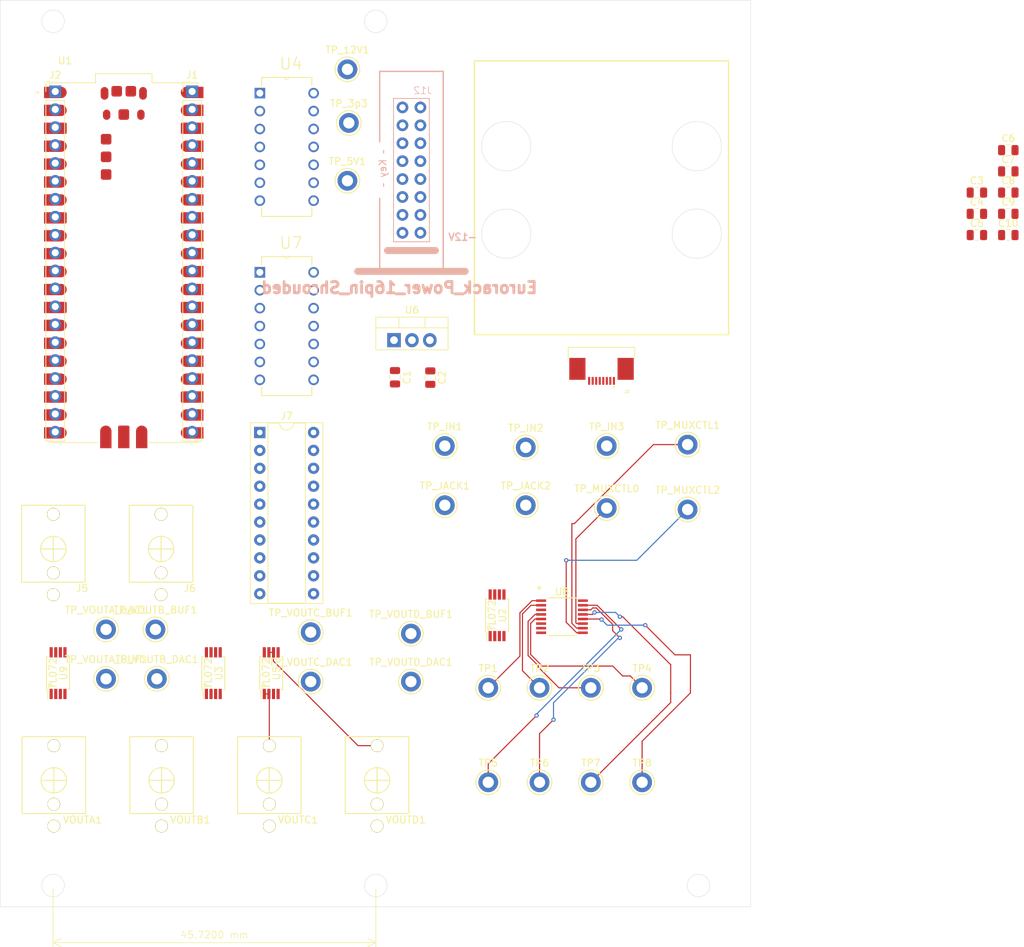
<source format=kicad_pcb>
(kicad_pcb (version 20240108) (generator "pcbnew") (generator_version "8.0")
  (layers (0 "F.Cu" signal) (31 "B.Cu" signal) (34 "B.Paste" user) (35 "F.Paste" user) (36 "B.SilkS" user "B.Silkscreen") (37 "F.SilkS" user "F.Silkscreen") (38 "B.Mask" user) (39 "F.Mask" user) (44 "Edge.Cuts" user))
  (net 0 "")
  (net 2 "12V")
  (net 3 "RES3B")
  (net 4 "5V")
  (net 7 "3v3")
  (net 9 "RES1A")
  (net 10 "RES4A")
  (net 11 "RES10A")
  (net 14 "RES4B")
  (net 15 "RES2A")
  (net 20 "RES1B")
  (net 23 "RES6A")
  (net 24 "RES7B")
  (net 25 "IN1")
  (net 28 "IN2")
  (net 30 "RES10B")
  (net 34 "IN3")
  (net 35 "MUXOUT")
  (net 36 "RES9A")
  (net 39 "Net-(U5A--)")
  (net 40 "Net-(U5B--)")
  (net 84 "Net-(U9A--)")
  (net 85 "Net-(U9B--)")
  (net 86 "Net-(U8-S4)")
  (net 87 "Net-(U8-S6)")
  (net 88 "Net-(U8-S7)")
  (net 89 "Net-(U8-S5)")
  (net 90 "Net-(U8-S2)")
  (net 91 "Net-(U8-S1)")
  (net 92 "Net-(U8-S0)")
  (net 93 "Net-(U8-S3)")
  (net 94 "VOUTA")
  (net 95 "VOUTB")
  (net 96 "VOUTC")
  (net 97 "VOUTD")
  (net 98 "MUXCTL0")
  (net 99 "MUXCTL1")
  (net 100 "MUXCTL2")
  (net 101 "BLK_DISPLAY")
  (net 102 "CS_DISPLAY")
  (net 103 "DC_DISPLAY")
  (net 104 "RES_DISPLAY")
  (net 105 "SDA_DISPLAY")
  (net 106 "SCL_DISPLAY")
  (net 108 "SDI_DAC")
  (net 112 "SCK_DAC")
  (net 113 "CS_DAC2")
  (net 114 "CS_DAC1")
  (footprint "Package_DIP:DIP-20_W7.62mm_Socket" (layer "F.Cu") (at 73.18 91.08)
    (property "Reference" "J7")
    (property "Value" "Conn_02x10_Odd_Even")
  )
  (footprint "PCM_4ms_Package_SSOP:TSSOP-8_4.4x3mm_Pitch0.65mm" (layer "F.Cu") (at 44.6 125.2 90)
    (property "Reference" "U9")
    (property "Value" "TL072")
  )
  (footprint "PCM_4ms_Package_SSOP:TSSOP-8_4.4x3mm_Pitch0.65mm" (layer "F.Cu") (at 66.6 125.2 90)
    (property "Reference" "U3")
    (property "Value" "TL072")
  )
  (footprint "TestPoint:TestPoint_Keystone_5005-5009_Compact" (layer "F.Cu") (at 110.866666 93.2)
    (property "Reference" "TP_IN2")
    (property "Value" "TestPoint")
  )
  (footprint "TestPoint:TestPoint_Keystone_5005-5009_Compact" (layer "F.Cu") (at 94.6 126.4)
    (property "Reference" "TP_VOUTD_DAC1")
    (property "Value" "TestPoint")
  )
  (footprint "Eurocad:PJ301M-12" (layer "F.Cu") (at 89.8 140.4)
    (property "Reference" "VOUTD1")
    (property "Value" "PJ301M-12")
  )
  (footprint "TestPoint:TestPoint_Keystone_5005-5009_Compact" (layer "F.Cu") (at 51.4 126)
    (property "Reference" "TP_VOUTA_BUF1")
    (property "Value" "TestPoint")
  )
  (footprint "Eurocad:PJ301M-12" (layer "F.Cu") (at 59.2 107.6)
    (property "Reference" "J6")
    (property "Value" "PJ301M-12" (hide yes))
  )
  (footprint "TestPoint:TestPoint_Keystone_5005-5009_Compact" (layer "F.Cu") (at 127.35275 127.274951)
    (property "Reference" "TP4")
    (property "Value" "TestPoint")
  )
  (footprint "TestPoint:TestPoint_Keystone_5005-5009_Compact" (layer "F.Cu") (at 127.35275 140.674951)
    (property "Reference" "TP8")
    (property "Value" "TestPoint")
  )
  (footprint "MCP4922:DIP254P762X533-14" (layer "F.Cu") (at 80.81 83.62)
    (property "Reference" "U7")
    (property "Value" "MCP4922-E_P")
  )
  (footprint "TestPoint:TestPoint_Keystone_5005-5009_Compact" (layer "F.Cu") (at 120.086082 140.674951)
    (property "Reference" "TP7")
    (property "Value" "TestPoint")
  )
  (footprint "TestPoint:TestPoint_Keystone_5005-5009_Compact" (layer "F.Cu") (at 99.4 93)
    (property "Reference" "TP_IN1")
    (property "Value" "TestPoint")
  )
  (footprint "TestPoint:TestPoint_Keystone_5005-5009_Compact" (layer "F.Cu") (at 112.819416 140.674951)
    (property "Reference" "TP6")
    (property "Value" "TestPoint")
  )
  (footprint "Capacitor_SMD:C_0805_2012Metric" (layer "F.Cu") (at 92.34 83.255 -90)
    (property "Reference" "C1")
    (property "Value" "0.33u")
  )
  (footprint "Capacitor_SMD:C_0805_2012Metric" (layer "F.Cu") (at 179.23445 51.057149)
    (property "Reference" "C6")
    (property "Value" "0.33u")
  )
  (footprint "TestPoint:TestPoint_Keystone_5005-5009_Compact" (layer "F.Cu") (at 58.4 119)
    (property "Reference" "TP_VOUTB_BUF1")
    (property "Value" "TestPoint")
  )
  (footprint "TestPoint:TestPoint_Keystone_5005-5009_Compact" (layer "F.Cu") (at 85.6 55.4)
    (property "Reference" "TP_5V1")
    (property "Value" "TestPoint")
  )
  (footprint "Capacitor_SMD:C_0805_2012Metric" (layer "F.Cu") (at 174.78445 60.087149)
    (property "Reference" "C4")
    (property "Value" "0.33u")
  )
  (footprint "Capacitor_SMD:C_0805_2012Metric" (layer "F.Cu") (at 174.78445 57.077149)
    (property "Reference" "C3")
    (property "Value" "0.33u")
  )
  (footprint "MCP4922:DIP254P762X533-14" (layer "F.Cu") (at 80.81 58.22)
    (property "Reference" "U4")
    (property "Value" "MCP4922-E_P")
  )
  (footprint "TestPoint:TestPoint_Keystone_5005-5009_Compact" (layer "F.Cu") (at 133.8 92.8)
    (property "Reference" "TP_MUXCTL1")
    (property "Value" "TestPoint")
  )
  (footprint "TestPoint:TestPoint_Keystone_5005-5009_Compact" (layer "F.Cu") (at 51.4 119)
    (property "Reference" "TP_VOUTA_DAC1")
    (property "Value" "TestPoint")
  )
  (footprint "Capacitor_SMD:C_0805_2012Metric" (layer "F.Cu") (at 179.23445 57.077149)
    (property "Reference" "C8")
    (property "Value" "0.33u")
  )
  (footprint "TestPoint:TestPoint_Keystone_5005-5009_Compact" (layer "F.Cu") (at 112.819416 127.274951)
    (property "Reference" "TP2")
    (property "Value" "TestPoint")
  )
  (footprint "TestPoint:TestPoint_Keystone_5005-5009_Compact" (layer "F.Cu") (at 122.333332 93)
    (property "Reference" "TP_IN3")
    (property "Value" "TestPoint")
  )
  (footprint "PCM_4ms_Package_SSOP:TSSOP-8_4.4x3mm_Pitch0.65mm" (layer "F.Cu") (at 74.8 125.2 90)
    (property "Reference" "U5")
    (property "Value" "TL072")
  )
  (footprint "Capacitor_SMD:C_0805_2012Metric" (layer "F.Cu") (at 97.34 83.305 -90)
    (property "Reference" "C2")
    (property "Value" "0.33u")
  )
  (footprint "TestPoint:TestPoint_Keystone_5005-5009_Compact" (layer "F.Cu") (at 122.333332 101.8)
    (property "Reference" "TP_MUXCTL0")
    (property "Value" "TestPoint")
  )
  (footprint "Package_TO_SOT_THT:TO-220-3_Vertical" (layer "F.Cu") (at 92.2 78)
    (property "Reference" "U6")
    (property "Value" "LM7805_TO220")
  )
  (footprint "Eurocad:PJ301M-12" (layer "F.Cu") (at 74.533332 140.4)
    (property "Reference" "VOUTC1")
    (property "Value" "PJ301M-12")
  )
  (footprint "TestPoint:TestPoint_Keystone_5005-5009_Compact" (layer "F.Cu") (at 120.086082 127.274951)
    (property "Reference" "TP3")
    (property "Value" "TestPoint")
  )
  (footprint "TestPoint:TestPoint_Keystone_5005-5009_Compact" (layer "F.Cu") (at 105.55275 127.274951)
    (property "Reference" "TP1")
    (property "Value" "TestPoint")
  )
  (footprint "Capacitor_SMD:C_0805_2012Metric" (layer "F.Cu") (at 179.23445 63.097149)
    (property "Reference" "C10")
    (property "Value" "0.33u")
  )
  (footprint "Connector_PinHeader_2.54mm:PinHeader_1x20_P2.54mm_Vertical" (layer "F.Cu") (at 44.2 42.74)
    (property "Reference" "J2")
    (property "Value" "Conn_01x21_Socket")
  )
  (footprint "Connector_PinHeader_2.54mm:PinHeader_1x20_P2.54mm_Vertical" (layer "F.Cu") (at 63.6 42.74)
    (property "Reference" "J1")
    (property "Value" "Conn_01x21_Socket")
  )
  (footprint "TestPoint:TestPoint_Keystone_5005-5009_Compact" (layer "F.Cu") (at 85.8 47.2)
    (property "Reference" "TP_3p3")
    (property "Value" "TestPoint")
  )
  (footprint "Capacitor_SMD:C_0805_2012Metric" (layer "F.Cu") (at 179.23445 54.067149)
    (property "Reference" "C7")
    (property "Value" "0.33u")
  )
  (footprint "TestPoint:TestPoint_Keystone_5005-5009_Compact" (layer "F.Cu") (at 133.8 102)
    (property "Reference" "TP_MUXCTL2")
    (property "Value" "TestPoint")
  )
  (footprint "TestPoint:TestPoint_Keystone_5005-5009_Compact" (layer "F.Cu") (at 80.4 126.4)
    (property "Reference" "TP_VOUTC_DAC1")
    (property "Value" "TestPoint")
  )
  (footprint "Eurocad:PJ301M-12" (layer "F.Cu") (at 59.266666 140.4)
    (property "Reference" "VOUTB1")
    (property "Value" "PJ301M-12")
  )
  (footprint "TestPoint:TestPoint_Keystone_5005-5009_Compact" (layer "F.Cu") (at 99.4 101.4)
    (property "Reference" "TP_JACK1")
    (property "Value" "TestPoint")
  )
  (footprint "Eurocad:PJ301M-12" (layer "F.Cu") (at 44 140.4)
    (property "Reference" "VOUTA1")
    (property "Value" "PJ301M-12")
  )
  (footprint "SC0915:MODULE_SC0915" (layer "F.Cu") (at 53.91 67.01)
    (property "Reference" "U1")
    (property "Value" "SC0915")
  )
  (footprint "TestPoint:TestPoint_Keystone_5005-5009_Compact" (layer "F.Cu") (at 80.4 119.4)
    (property "Reference" "TP_VOUTC_BUF1")
    (property "Value" "TestPoint")
  )
  (footprint "TMUX4051:TSSOP16_PW_TEX" (layer "F.Cu") (at 116 117.2)
    (property "Reference" "U8")
    (property "Value" "TMUX4051PWR")
  )
  (footprint "TestPoint:TestPoint_Keystone_5005-5009_Compact" (layer "F.Cu") (at 94.6 119.6)
    (property "Reference" "TP_VOUTD_BUF1")
    (property "Value" "TestPoint")
  )
  (footprint "Eurocad:PJ301M-12" (layer "F.Cu") (at 43.933334 107.6)
    (property "Reference" "J5")
    (property "Value" "PJ301M-12" (hide yes))
  )
  (footprint "Capacitor_SMD:C_0805_2012Metric" (layer "F.Cu") (at 179.23445 60.087149)
    (property "Reference" "C9")
    (property "Value" "0.33u")
  )
  (footprint "TestPoint:TestPoint_Keystone_5005-5009_Compact" (layer "F.Cu") (at 85.6 39.6)
    (property "Reference" "TP_12V1")
    (property "Value" "TestPoint")
  )
  (footprint "1734839_8:TE_1734839-8" (layer "F.Cu") (at 121.6 83.764447 180)
    (property "Reference" "J3")
    (property "Value" "1734839-8")
  )
  (footprint "PCM_4ms_Package_SSOP:TSSOP-8_4.4x3mm_Pitch0.65mm" (layer "F.Cu") (at 106.8 117 90)
    (property "Reference" "U2")
    (property "Value" "TL072")
  )
  (footprint "TestPoint:TestPoint_Keystone_5005-5009_Compact" (layer "F.Cu") (at 105.55275 140.674951)
    (property "Reference" "TP5")
    (property "Value" "TestPoint")
  )
  (footprint "TestPoint:TestPoint_Keystone_5005-5009_Compact" (layer "F.Cu") (at 58.6 126)
    (property "Reference" "TP_VOUTB_DAC1")
    (property "Value" "TestPoint")
  )
  (footprint "Capacitor_SMD:C_0805_2012Metric" (layer "F.Cu") (at 174.78445 63.097149)
    (property "Reference" "C5")
    (property "Value" "0.33u")
  )
  (footprint "TestPoint:TestPoint_Keystone_5005-5009_Compact" (layer "F.Cu") (at 110.866666 101.4)
    (property "Reference" "TP_JACK2")
    (property "Value" "TestPoint")
  )
  (footprint "PCM_4ms_Connector:Pins_2x08_2.54mm_TH_EuroPower_Shrouded" (layer "B.Cu") (at 94.67 53.89 180)
    (property "Reference" "J12")
    (property "Value" "Eurorack_Power_16pin_Shrouded")
  )
  (gr_rect (start 103.6 38.4) (end 139.6 77.2) (stroke (width 0.2)) (fill none) (layer "F.SilkS"))
  (gr_circle (center 135.34 155.3) (end 136.94 155.3) (stroke (width 0.05)) (fill none) (layer "Edge.Cuts"))
  (gr_circle (center 108.1 62.9) (end 108.1 59.4) (stroke (width 0.05)) (fill none) (layer "Edge.Cuts"))
  (gr_circle (center 43.9 32.8) (end 45.5 32.8) (stroke (width 0.05)) (fill none) (layer "Edge.Cuts"))
  (gr_circle (center 135.1 62.9) (end 135.1 59.4) (stroke (width 0.05)) (fill none) (layer "Edge.Cuts"))
  (gr_circle (center 89.62 155.3) (end 91.22 155.3) (stroke (width 0.05)) (fill none) (layer "Edge.Cuts"))
  (gr_rect (start 36.4 29.8) (end 142.72 158.3) (stroke (width 0.05)) (fill none) (layer "Edge.Cuts"))
  (gr_circle (center 108.1 50.5) (end 108.1 47) (stroke (width 0.05)) (fill none) (layer "Edge.Cuts"))
  (gr_circle (center 135.1 50.5) (end 135.1 47) (stroke (width 0.05)) (fill none) (layer "Edge.Cuts"))
  (gr_circle (center 89.62 32.8) (end 91.22 32.8) (stroke (width 0.05)) (fill none) (layer "Edge.Cuts"))
  (gr_circle (center 43.9 155.3) (end 45.5 155.3) (stroke (width 0.05)) (fill none) (layer "Edge.Cuts"))
  (dimension (type aligned) (layer "F.SilkS") (pts (xy 43.9 155.3) (xy 89.62 155.3)) (height 8.1) (gr_text "45.7200 mm" (at 66.76 162.3 0) (layer "F.SilkS") (effects (font (size 1 1) (thickness 0.1)))) (format (prefix "") (suffix "") (units 3) (units_format 1) (precision 4)) (style (thickness 0.1) (arrow_length 1.27) (text_position_mode 0) (extension_height 0.58642) (extension_offset 0.5) keep_text_aligned))
  (segment (start 74.533332 135.48) (end 74.533332 128.208332) (width 0.16) (layer "F.Cu") (net 39))
  (segment (start 74.533332 128.208332) (end 74.475 128.15) (width 0.16) (layer "F.Cu") (net 39))
  (segment (start 74.475 128.15) (end 73.825 128.15) (width 0.16) (layer "F.Cu") (net 39))
  (segment (start 75.125 123.500879) (end 75.125 122.25) (width 0.16) (layer "F.Cu") (net 40))
  (segment (start 89.8 135.48) (end 87.104121 135.48) (width 0.16) (layer "F.Cu") (net 40))
  (segment (start 87.104121 135.48) (end 75.125 123.500879) (width 0.16) (layer "F.Cu") (net 40))
  (segment (start 75.125 122.25) (end 74.475 122.25) (width 0.16) (layer "F.Cu") (net 40))
  (segment (start 110.04 116.650883) (end 111.765834 114.925049) (width 0.16) (layer "F.Cu") (net 86))
  (segment (start 111.765834 114.925049) (end 113.04725 114.925049) (width 0.16) (layer "F.Cu") (net 86))
  (segment (start 105.55275 127.274951) (end 110.04 122.787701) (width 0.16) (layer "F.Cu") (net 86))
  (segment (start 110.04 122.787701) (end 110.04 116.650883) (width 0.16) (layer "F.Cu") (net 86))
  (segment (start 111.624965 115.575035) (end 113.04725 115.575035) (width 0.16) (layer "F.Cu") (net 87))
  (segment (start 112.819416 127.274951) (end 110.4 124.855535) (width 0.16) (layer "F.Cu") (net 87))
  (segment (start 110.4 116.8) (end 111.624965 115.575035) (width 0.16) (layer "F.Cu") (net 87))
  (segment (start 110.4 124.855535) (end 110.4 116.8) (width 0.16) (layer "F.Cu") (net 87))
  (segment (start 120.086082 127.274951) (end 115.565834 127.274951) (width 0.16) (layer "F.Cu") (net 88))
  (segment (start 111.2 117.857407) (end 112.1824 116.875007) (width 0.16) (layer "F.Cu") (net 88))
  (segment (start 112.1824 116.875007) (end 113.04725 116.875007) (width 0.16) (layer "F.Cu") (net 88))
  (segment (start 115.565834 127.274951) (end 112.64 124.349117) (width 0.16) (layer "F.Cu") (net 88))
  (segment (start 111.2 122.709117) (end 111.2 117.857407) (width 0.16) (layer "F.Cu") (net 88))
  (segment (start 112.64 124.349117) (end 112.64 124.149117) (width 0.16) (layer "F.Cu") (net 88))
  (segment (start 112.64 124.149117) (end 111.2 122.709117) (width 0.16) (layer "F.Cu") (net 88))
  (segment (start 123.2 124.2) (end 113 124.2) (width 0.16) (layer "F.Cu") (net 89))
  (segment (start 111.56 118.147393) (end 112.1824 117.524993) (width 0.16) (layer "F.Cu") (net 89))
  (segment (start 113 124.2) (end 113 124.000001) (width 0.16) (layer "F.Cu") (net 89))
  (segment (start 124.594951 125.594951) (end 123.2 124.2) (width 0.16) (layer "F.Cu") (net 89))
  (segment (start 113 124.000001) (end 111.56 122.560001) (width 0.16) (layer "F.Cu") (net 89))
  (segment (start 112.1824 117.524993) (end 113.04725 117.524993) (width 0.16) (layer "F.Cu") (net 89))
  (segment (start 127.35275 127.274951) (end 125.67275 125.594951) (width 0.16) (layer "F.Cu") (net 89))
  (segment (start 111.56 122.560001) (end 111.56 118.147393) (width 0.16) (layer "F.Cu") (net 89))
  (segment (start 125.67275 125.594951) (end 124.594951 125.594951) (width 0.16) (layer "F.Cu") (net 89))
  (segment (start 112.4 131.2) (end 105.55275 138.04725) (width 0.16) (layer "F.Cu") (net 90))
  (segment (start 105.55275 138.04725) (end 105.55275 140.674951) (width 0.16) (layer "F.Cu") (net 90))
  (segment (start 120.975035 115.575035) (end 124.4 119) (width 0.16) (layer "F.Cu") (net 90))
  (segment (start 118.95275 115.575035) (end 120.975035 115.575035) (width 0.16) (layer "F.Cu") (net 90))
  (via (at 124.4 119) (size 0.6) (drill 0.3) (layers "F.Cu" "B.Cu") (net 90))
  (via (at 112.4 131.2) (size 0.6) (drill 0.3) (layers "F.Cu" "B.Cu") (net 90))
  (segment (start 112.4 131) (end 124.4 119) (width 0.16) (layer "B.Cu") (net 90))
  (segment (start 112.4 131.2) (end 112.4 131) (width 0.16) (layer "B.Cu") (net 90))
  (segment (start 123.175919 118.285036) (end 123.175919 119.175919) (width 0.16) (layer "F.Cu") (net 91))
  (segment (start 118.95275 116.225021) (end 120.082118 116.225021) (width 0.16) (layer "F.Cu") (net 91))
  (segment (start 120.348458 115.958681) (end 120.849564 115.958681) (width 0.16) (layer "F.Cu") (net 91))
  (segment (start 112.819416 140.674951) (end 112.819416 133.780584) (width 0.16) (layer "F.Cu") (net 91))
  (segment (start 120.082118 116.225021) (end 120.348458 115.958681) (width 0.16) (layer "F.Cu") (net 91))
  (segment (start 112.819416 133.780584) (end 114.8 131.8) (width 0.16) (layer "F.Cu") (net 91))
  (segment (start 120.849564 115.958681) (end 123.175919 118.285036) (width 0.16) (layer "F.Cu") (net 91))
  (segment (start 123.175919 119.175919) (end 124.2 120.2) (width 0.16) (layer "F.Cu") (net 91))
  (via (at 124.2 120.2) (size 0.6) (drill 0.3) (layers "F.Cu" "B.Cu") (net 91))
  (via (at 114.8 131.8) (size 0.6) (drill 0.3) (layers "F.Cu" "B.Cu") (net 91))
  (segment (start 114.8 131.8) (end 114.8 129.4) (width 0.16) (layer "B.Cu") (net 91))
  (segment (start 114.8 129.4) (end 124 120.2) (width 0.16) (layer "B.Cu") (net 91))
  (segment (start 124 120.2) (end 124.2 120.2) (width 0.16) (layer "B.Cu") (net 91))
  (segment (start 118.95275 116.875007) (end 120.323087 116.875007) (width 0.16) (layer "F.Cu") (net 92))
  (segment (start 120.086082 140.674951) (end 131.4 129.361033) (width 0.16) (layer "F.Cu") (net 92))
  (segment (start 124.6 117.2) (end 124.2 117.2) (width 0.16) (layer "F.Cu") (net 92))
  (segment (start 131.4 124) (end 124.6 117.2) (width 0.16) (layer "F.Cu") (net 92))
  (segment (start 120.323087 116.875007) (end 120.609413 116.588681) (width 0.16) (layer "F.Cu") (net 92))
  (segment (start 131.4 129.361033) (end 131.4 128) (width 0.16) (layer "F.Cu") (net 92))
  (segment (start 131.4 128) (end 131.4 124) (width 0.16) (layer "F.Cu") (net 92))
  (via (at 124.2 117.2) (size 0.6) (drill 0.3) (layers "F.Cu" "B.Cu") (net 92))
  (via (at 120.609413 116.588681) (size 0.6) (drill 0.3) (layers "F.Cu" "B.Cu") (net 92))
  (segment (start 123.588681 116.588681) (end 120.609413 116.588681) (width 0.16) (layer "B.Cu") (net 92))
  (segment (start 124.2 117.2) (end 123.588681 116.588681) (width 0.16) (layer "B.Cu") (net 92))
  (segment (start 127.35275 134.84725) (end 134.2 128) (width 0.16) (layer "F.Cu") (net 93))
  (segment (start 132 122.6) (end 127.8 118.4) (width 0.16) (layer "F.Cu") (net 93))
  (segment (start 118.95275 117.524993) (end 121.524915 117.524993) (width 0.16) (layer "F.Cu") (net 93))
  (segment (start 121.524915 117.524993) (end 121.599961 117.600039) (width 0.16) (layer "F.Cu") (net 93))
  (segment (start 127.35275 140.674951) (end 127.35275 134.84725) (width 0.16) (layer "F.Cu") (net 93))
  (segment (start 134.2 122.6) (end 132 122.6) (width 0.16) (layer "F.Cu") (net 93))
  (segment (start 134.2 128) (end 134.2 122.6) (width 0.16) (layer "F.Cu") (net 93))
  (via (at 127.8 118.4) (size 0.6) (drill 0.3) (layers "F.Cu" "B.Cu") (net 93))
  (via (at 121.599961 117.600039) (size 0.6) (drill 0.3) (layers "F.Cu" "B.Cu") (net 93))
  (segment (start 127.8 118.4) (end 122.399922 118.4) (width 0.16) (layer "B.Cu") (net 93))
  (segment (start 122.399922 118.4) (end 121.599961 117.600039) (width 0.16) (layer "B.Cu") (net 93))
  (segment (start 118.95275 118.174979) (end 118.0879 118.174979) (width 0.16) (layer "F.Cu") (net 98))
  (segment (start 117.9679 106.165432) (end 122.333332 101.8) (width 0.16) (layer "F.Cu") (net 98))
  (segment (start 118.0879 118.174979) (end 117.9679 118.054979) (width 0.16) (layer "F.Cu") (net 98))
  (segment (start 117.9679 118.054979) (end 117.9679 106.165432) (width 0.16) (layer "F.Cu") (net 98))
  (segment (start 117.4 118.137065) (end 117.4 104) (width 0.16) (layer "F.Cu") (net 99))
  (segment (start 128.957453 92.8) (end 133.8 92.8) (width 0.16) (layer "F.Cu") (net 99))
  (segment (start 118.95275 118.824965) (end 118.0879 118.824965) (width 0.16) (layer "F.Cu") (net 99))
  (segment (start 117.4 104) (end 117.757453 104) (width 0.16) (layer "F.Cu") (net 99))
  (segment (start 118.0879 118.824965) (end 117.4 118.137065) (width 0.16) (layer "F.Cu") (net 99))
  (segment (start 117.757453 104) (end 128.957453 92.8) (width 0.16) (layer "F.Cu") (net 99))
  (segment (start 118.0879 119.474951) (end 116.6 117.987051) (width 0.16) (layer "F.Cu") (net 100))
  (segment (start 118.95275 119.474951) (end 118.0879 119.474951) (width 0.16) (layer "F.Cu") (net 100))
  (segment (start 116.6 117.987051) (end 116.6 109.2) (width 0.16) (layer "F.Cu") (net 100))
  (via (at 116.6 109.2) (size 0.6) (drill 0.3) (layers "F.Cu" "B.Cu") (net 100))
  (segment (start 116.6 109.2) (end 126.6 109.2) (width 0.16) (layer "B.Cu") (net 100))
  (segment (start 126.6 109.2) (end 133.8 102) (width 0.16) (layer "B.Cu") (net 100))
)
</source>
